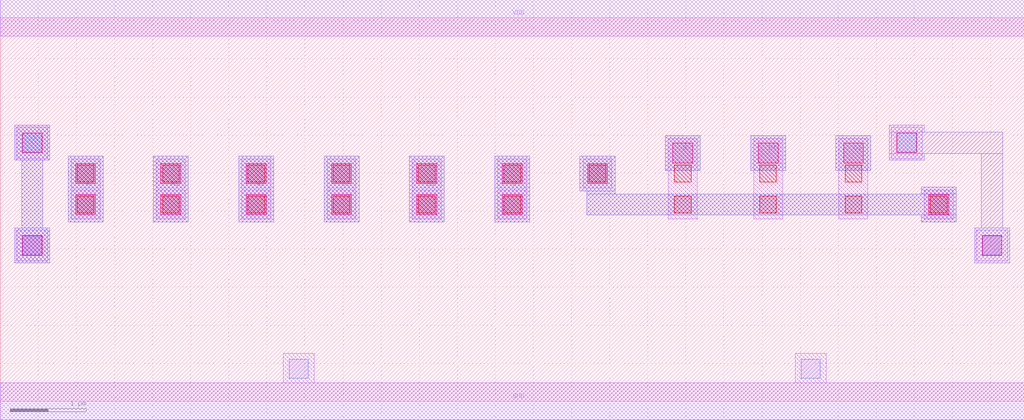
<source format=lef>
MACRO AAAAOI3322
 CLASS CORE ;
 FOREIGN AAAAOI3322 0 0 ;
 SIZE 13.44 BY 5.04 ;
 ORIGIN 0 0 ;
 SYMMETRY X Y R90 ;
 SITE unit ;
  PIN VDD
   DIRECTION INOUT ;
   USE POWER ;
   SHAPE ABUTMENT ;
    PORT
     CLASS CORE ;
       LAYER met1 ;
        RECT 0.00000000 4.80000000 13.44000000 5.28000000 ;
    END
  END VDD

  PIN GND
   DIRECTION INOUT ;
   USE POWER ;
   SHAPE ABUTMENT ;
    PORT
     CLASS CORE ;
       LAYER met1 ;
        RECT 0.00000000 -0.24000000 13.44000000 0.24000000 ;
    END
  END GND

  PIN Y
   DIRECTION INOUT ;
   USE SIGNAL ;
   SHAPE ABUTMENT ;
    PORT
     CLASS CORE ;
       LAYER met2 ;
        RECT 0.19000000 1.81700000 0.65000000 2.27700000 ;
        RECT 0.28000000 2.27700000 0.56000000 3.16700000 ;
        RECT 0.19000000 3.16700000 0.65000000 3.62700000 ;
    END
  END Y

  PIN D
   DIRECTION INOUT ;
   USE SIGNAL ;
   SHAPE ABUTMENT ;
    PORT
     CLASS CORE ;
       LAYER met2 ;
        RECT 8.73000000 3.03200000 9.19000000 3.49200000 ;
    END
  END D

  PIN C1
   DIRECTION INOUT ;
   USE SIGNAL ;
   SHAPE ABUTMENT ;
    PORT
     CLASS CORE ;
       LAYER met2 ;
        RECT 10.97000000 3.03200000 11.43000000 3.49200000 ;
    END
  END C1

  PIN B2
   DIRECTION INOUT ;
   USE SIGNAL ;
   SHAPE ABUTMENT ;
    PORT
     CLASS CORE ;
       LAYER met2 ;
        RECT 4.25000000 2.35700000 4.71000000 3.22200000 ;
    END
  END B2

  PIN B1
   DIRECTION INOUT ;
   USE SIGNAL ;
   SHAPE ABUTMENT ;
    PORT
     CLASS CORE ;
       LAYER met2 ;
        RECT 5.37000000 2.35700000 5.83000000 3.22200000 ;
    END
  END B1

  PIN C
   DIRECTION INOUT ;
   USE SIGNAL ;
   SHAPE ABUTMENT ;
    PORT
     CLASS CORE ;
       LAYER met2 ;
        RECT 12.09000000 2.35700000 12.55000000 2.44700000 ;
        RECT 7.70000000 2.44700000 12.55000000 2.72700000 ;
        RECT 7.70000000 2.72700000 8.07000000 2.76200000 ;
        RECT 12.09000000 2.72700000 12.55000000 2.81700000 ;
        RECT 7.61000000 2.76200000 8.07000000 3.22200000 ;
    END
  END C

  PIN A
   DIRECTION INOUT ;
   USE SIGNAL ;
   SHAPE ABUTMENT ;
    PORT
     CLASS CORE ;
       LAYER met2 ;
        RECT 0.89000000 2.35700000 1.35000000 3.22200000 ;
    END
  END A

  PIN A2
   DIRECTION INOUT ;
   USE SIGNAL ;
   SHAPE ABUTMENT ;
    PORT
     CLASS CORE ;
       LAYER met2 ;
        RECT 3.13000000 2.35700000 3.59000000 3.22200000 ;
    END
  END A2

  PIN B
   DIRECTION INOUT ;
   USE SIGNAL ;
   SHAPE ABUTMENT ;
    PORT
     CLASS CORE ;
       LAYER met2 ;
        RECT 6.49000000 2.35700000 6.95000000 3.22200000 ;
    END
  END B

  PIN A1
   DIRECTION INOUT ;
   USE SIGNAL ;
   SHAPE ABUTMENT ;
    PORT
     CLASS CORE ;
       LAYER met2 ;
        RECT 2.01000000 2.35700000 2.47000000 3.22200000 ;
    END
  END A1

  PIN D1
   DIRECTION INOUT ;
   USE SIGNAL ;
   SHAPE ABUTMENT ;
    PORT
     CLASS CORE ;
       LAYER met2 ;
        RECT 9.85000000 3.03200000 10.31000000 3.49200000 ;
    END
  END D1

 OBS
    LAYER polycont ;
     RECT 1.01000000 2.47700000 1.23000000 2.69700000 ;
     RECT 2.13000000 2.47700000 2.35000000 2.69700000 ;
     RECT 3.25000000 2.47700000 3.47000000 2.69700000 ;
     RECT 4.37000000 2.47700000 4.59000000 2.69700000 ;
     RECT 5.49000000 2.47700000 5.71000000 2.69700000 ;
     RECT 6.61000000 2.47700000 6.83000000 2.69700000 ;
     RECT 8.85000000 2.47700000 9.07000000 2.69700000 ;
     RECT 9.97000000 2.47700000 10.19000000 2.69700000 ;
     RECT 11.09000000 2.47700000 11.31000000 2.69700000 ;
     RECT 12.21000000 2.47700000 12.43000000 2.69700000 ;
     RECT 1.01000000 2.88200000 1.23000000 3.10200000 ;
     RECT 2.13000000 2.88200000 2.35000000 3.10200000 ;
     RECT 3.25000000 2.88200000 3.47000000 3.10200000 ;
     RECT 4.37000000 2.88200000 4.59000000 3.10200000 ;
     RECT 5.49000000 2.88200000 5.71000000 3.10200000 ;
     RECT 6.61000000 2.88200000 6.83000000 3.10200000 ;
     RECT 7.73000000 2.88200000 7.95000000 3.10200000 ;
     RECT 8.85000000 2.88200000 9.07000000 3.10200000 ;
     RECT 9.97000000 2.88200000 10.19000000 3.10200000 ;
     RECT 11.09000000 2.88200000 11.31000000 3.10200000 ;

    LAYER pdiffc ;
     RECT 0.29500000 3.27200000 0.54500000 3.52200000 ;
     RECT 11.77500000 3.27200000 12.02500000 3.52200000 ;

    LAYER ndiffc ;
     RECT 3.79500000 0.30200000 4.04500000 0.55200000 ;
     RECT 10.51500000 0.30200000 10.76500000 0.55200000 ;
     RECT 0.29500000 1.92200000 0.54500000 2.17200000 ;
     RECT 12.89500000 1.92200000 13.14500000 2.17200000 ;

    LAYER met1 ;
     RECT 0.00000000 -0.24000000 13.44000000 0.24000000 ;
     RECT 3.71500000 0.24000000 4.12500000 0.63200000 ;
     RECT 10.43500000 0.24000000 10.84500000 0.63200000 ;
     RECT 0.21500000 1.84200000 0.62500000 2.25200000 ;
     RECT 12.81500000 1.84200000 13.22500000 2.25200000 ;
     RECT 0.93000000 2.39700000 1.31000000 2.77700000 ;
     RECT 2.05000000 2.39700000 2.43000000 2.77700000 ;
     RECT 3.17000000 2.39700000 3.55000000 2.77700000 ;
     RECT 4.29000000 2.39700000 4.67000000 2.77700000 ;
     RECT 5.41000000 2.39700000 5.79000000 2.77700000 ;
     RECT 6.53000000 2.39700000 6.91000000 2.77700000 ;
     RECT 12.13000000 2.39700000 12.51000000 2.77700000 ;
     RECT 0.93000000 2.80200000 1.31000000 3.18200000 ;
     RECT 2.05000000 2.80200000 2.43000000 3.18200000 ;
     RECT 3.17000000 2.80200000 3.55000000 3.18200000 ;
     RECT 4.29000000 2.80200000 4.67000000 3.18200000 ;
     RECT 5.41000000 2.80200000 5.79000000 3.18200000 ;
     RECT 6.53000000 2.80200000 6.91000000 3.18200000 ;
     RECT 7.65000000 2.80200000 8.03000000 3.18200000 ;
     RECT 8.77000000 2.39700000 9.15000000 3.45200000 ;
     RECT 9.89000000 2.39700000 10.27000000 3.45200000 ;
     RECT 11.01000000 2.39700000 11.39000000 3.45200000 ;
     RECT 0.21500000 3.19200000 0.62500000 3.60200000 ;
     RECT 11.69500000 3.19200000 12.10500000 3.60200000 ;
     RECT 0.00000000 4.80000000 13.44000000 5.28000000 ;

    LAYER via1 ;
     RECT 0.29000000 1.91700000 0.55000000 2.17700000 ;
     RECT 12.89000000 1.91700000 13.15000000 2.17700000 ;
     RECT 0.99000000 2.45700000 1.25000000 2.71700000 ;
     RECT 2.11000000 2.45700000 2.37000000 2.71700000 ;
     RECT 3.23000000 2.45700000 3.49000000 2.71700000 ;
     RECT 4.35000000 2.45700000 4.61000000 2.71700000 ;
     RECT 5.47000000 2.45700000 5.73000000 2.71700000 ;
     RECT 6.59000000 2.45700000 6.85000000 2.71700000 ;
     RECT 12.19000000 2.45700000 12.45000000 2.71700000 ;
     RECT 0.99000000 2.86200000 1.25000000 3.12200000 ;
     RECT 2.11000000 2.86200000 2.37000000 3.12200000 ;
     RECT 3.23000000 2.86200000 3.49000000 3.12200000 ;
     RECT 4.35000000 2.86200000 4.61000000 3.12200000 ;
     RECT 5.47000000 2.86200000 5.73000000 3.12200000 ;
     RECT 6.59000000 2.86200000 6.85000000 3.12200000 ;
     RECT 7.71000000 2.86200000 7.97000000 3.12200000 ;
     RECT 8.83000000 3.13200000 9.09000000 3.39200000 ;
     RECT 9.95000000 3.13200000 10.21000000 3.39200000 ;
     RECT 11.07000000 3.13200000 11.33000000 3.39200000 ;
     RECT 0.29000000 3.26700000 0.55000000 3.52700000 ;
     RECT 11.77000000 3.26700000 12.03000000 3.52700000 ;

    LAYER met2 ;
     RECT 0.89000000 2.35700000 1.35000000 3.22200000 ;
     RECT 2.01000000 2.35700000 2.47000000 3.22200000 ;
     RECT 3.13000000 2.35700000 3.59000000 3.22200000 ;
     RECT 4.25000000 2.35700000 4.71000000 3.22200000 ;
     RECT 5.37000000 2.35700000 5.83000000 3.22200000 ;
     RECT 6.49000000 2.35700000 6.95000000 3.22200000 ;
     RECT 12.09000000 2.35700000 12.55000000 2.44700000 ;
     RECT 7.70000000 2.44700000 12.55000000 2.72700000 ;
     RECT 7.70000000 2.72700000 8.07000000 2.76200000 ;
     RECT 12.09000000 2.72700000 12.55000000 2.81700000 ;
     RECT 7.61000000 2.76200000 8.07000000 3.22200000 ;
     RECT 8.73000000 3.03200000 9.19000000 3.49200000 ;
     RECT 9.85000000 3.03200000 10.31000000 3.49200000 ;
     RECT 10.97000000 3.03200000 11.43000000 3.49200000 ;
     RECT 0.19000000 1.81700000 0.65000000 2.27700000 ;
     RECT 0.28000000 2.27700000 0.56000000 3.16700000 ;
     RECT 0.19000000 3.16700000 0.65000000 3.62700000 ;
     RECT 12.79000000 1.81700000 13.25000000 2.27700000 ;
     RECT 11.67000000 3.16700000 12.13000000 3.25700000 ;
     RECT 12.88000000 2.27700000 13.16000000 3.25700000 ;
     RECT 11.67000000 3.25700000 13.16000000 3.53700000 ;
     RECT 11.67000000 3.53700000 12.13000000 3.62700000 ;

 END
END AAAAOI3322

</source>
